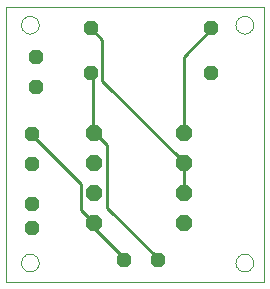
<source format=gtl>
G75*
G70*
%OFA0B0*%
%FSLAX24Y24*%
%IPPOS*%
%LPD*%
%AMOC8*
5,1,8,0,0,1.08239X$1,22.5*
%
%ADD10C,0.0000*%
%ADD11OC8,0.0520*%
%ADD12OC8,0.0476*%
%ADD13C,0.0100*%
D10*
X000464Y000101D02*
X000464Y009277D01*
X009034Y009277D01*
X009034Y000101D01*
X000464Y000101D01*
X000949Y000751D02*
X000951Y000785D01*
X000957Y000819D01*
X000967Y000852D01*
X000980Y000883D01*
X000998Y000913D01*
X001018Y000941D01*
X001042Y000966D01*
X001068Y000988D01*
X001096Y001006D01*
X001127Y001022D01*
X001159Y001034D01*
X001193Y001042D01*
X001227Y001046D01*
X001261Y001046D01*
X001295Y001042D01*
X001329Y001034D01*
X001361Y001022D01*
X001391Y001006D01*
X001420Y000988D01*
X001446Y000966D01*
X001470Y000941D01*
X001490Y000913D01*
X001508Y000883D01*
X001521Y000852D01*
X001531Y000819D01*
X001537Y000785D01*
X001539Y000751D01*
X001537Y000717D01*
X001531Y000683D01*
X001521Y000650D01*
X001508Y000619D01*
X001490Y000589D01*
X001470Y000561D01*
X001446Y000536D01*
X001420Y000514D01*
X001392Y000496D01*
X001361Y000480D01*
X001329Y000468D01*
X001295Y000460D01*
X001261Y000456D01*
X001227Y000456D01*
X001193Y000460D01*
X001159Y000468D01*
X001127Y000480D01*
X001096Y000496D01*
X001068Y000514D01*
X001042Y000536D01*
X001018Y000561D01*
X000998Y000589D01*
X000980Y000619D01*
X000967Y000650D01*
X000957Y000683D01*
X000951Y000717D01*
X000949Y000751D01*
X008099Y000751D02*
X008101Y000785D01*
X008107Y000819D01*
X008117Y000852D01*
X008130Y000883D01*
X008148Y000913D01*
X008168Y000941D01*
X008192Y000966D01*
X008218Y000988D01*
X008246Y001006D01*
X008277Y001022D01*
X008309Y001034D01*
X008343Y001042D01*
X008377Y001046D01*
X008411Y001046D01*
X008445Y001042D01*
X008479Y001034D01*
X008511Y001022D01*
X008541Y001006D01*
X008570Y000988D01*
X008596Y000966D01*
X008620Y000941D01*
X008640Y000913D01*
X008658Y000883D01*
X008671Y000852D01*
X008681Y000819D01*
X008687Y000785D01*
X008689Y000751D01*
X008687Y000717D01*
X008681Y000683D01*
X008671Y000650D01*
X008658Y000619D01*
X008640Y000589D01*
X008620Y000561D01*
X008596Y000536D01*
X008570Y000514D01*
X008542Y000496D01*
X008511Y000480D01*
X008479Y000468D01*
X008445Y000460D01*
X008411Y000456D01*
X008377Y000456D01*
X008343Y000460D01*
X008309Y000468D01*
X008277Y000480D01*
X008246Y000496D01*
X008218Y000514D01*
X008192Y000536D01*
X008168Y000561D01*
X008148Y000589D01*
X008130Y000619D01*
X008117Y000650D01*
X008107Y000683D01*
X008101Y000717D01*
X008099Y000751D01*
X008099Y008681D02*
X008101Y008715D01*
X008107Y008749D01*
X008117Y008782D01*
X008130Y008813D01*
X008148Y008843D01*
X008168Y008871D01*
X008192Y008896D01*
X008218Y008918D01*
X008246Y008936D01*
X008277Y008952D01*
X008309Y008964D01*
X008343Y008972D01*
X008377Y008976D01*
X008411Y008976D01*
X008445Y008972D01*
X008479Y008964D01*
X008511Y008952D01*
X008541Y008936D01*
X008570Y008918D01*
X008596Y008896D01*
X008620Y008871D01*
X008640Y008843D01*
X008658Y008813D01*
X008671Y008782D01*
X008681Y008749D01*
X008687Y008715D01*
X008689Y008681D01*
X008687Y008647D01*
X008681Y008613D01*
X008671Y008580D01*
X008658Y008549D01*
X008640Y008519D01*
X008620Y008491D01*
X008596Y008466D01*
X008570Y008444D01*
X008542Y008426D01*
X008511Y008410D01*
X008479Y008398D01*
X008445Y008390D01*
X008411Y008386D01*
X008377Y008386D01*
X008343Y008390D01*
X008309Y008398D01*
X008277Y008410D01*
X008246Y008426D01*
X008218Y008444D01*
X008192Y008466D01*
X008168Y008491D01*
X008148Y008519D01*
X008130Y008549D01*
X008117Y008580D01*
X008107Y008613D01*
X008101Y008647D01*
X008099Y008681D01*
X000949Y008681D02*
X000951Y008715D01*
X000957Y008749D01*
X000967Y008782D01*
X000980Y008813D01*
X000998Y008843D01*
X001018Y008871D01*
X001042Y008896D01*
X001068Y008918D01*
X001096Y008936D01*
X001127Y008952D01*
X001159Y008964D01*
X001193Y008972D01*
X001227Y008976D01*
X001261Y008976D01*
X001295Y008972D01*
X001329Y008964D01*
X001361Y008952D01*
X001391Y008936D01*
X001420Y008918D01*
X001446Y008896D01*
X001470Y008871D01*
X001490Y008843D01*
X001508Y008813D01*
X001521Y008782D01*
X001531Y008749D01*
X001537Y008715D01*
X001539Y008681D01*
X001537Y008647D01*
X001531Y008613D01*
X001521Y008580D01*
X001508Y008549D01*
X001490Y008519D01*
X001470Y008491D01*
X001446Y008466D01*
X001420Y008444D01*
X001392Y008426D01*
X001361Y008410D01*
X001329Y008398D01*
X001295Y008390D01*
X001261Y008386D01*
X001227Y008386D01*
X001193Y008390D01*
X001159Y008398D01*
X001127Y008410D01*
X001096Y008426D01*
X001068Y008444D01*
X001042Y008466D01*
X001018Y008491D01*
X000998Y008519D01*
X000980Y008549D01*
X000967Y008580D01*
X000957Y008613D01*
X000951Y008647D01*
X000949Y008681D01*
D11*
X003384Y005081D03*
X003384Y004081D03*
X003384Y003081D03*
X003384Y002081D03*
X006384Y002081D03*
X006384Y003081D03*
X006384Y004081D03*
X006384Y005081D03*
D12*
X007274Y007061D03*
X007274Y008561D03*
X003274Y008561D03*
X003274Y007061D03*
X001434Y006591D03*
X001434Y007591D03*
X001314Y005041D03*
X001314Y004041D03*
X001314Y002691D03*
X001314Y001921D03*
X004384Y000841D03*
X005514Y000841D03*
D13*
X005504Y000901D01*
X003824Y002581D01*
X003824Y004661D01*
X003424Y005061D01*
X003384Y005081D01*
X003344Y005141D01*
X003344Y007061D01*
X003274Y007061D01*
X003664Y006821D02*
X003664Y008181D01*
X003344Y008501D01*
X003274Y008561D01*
X003664Y006821D02*
X006384Y004101D01*
X006384Y004081D01*
X006384Y003081D01*
X006384Y005081D02*
X006384Y007621D01*
X007264Y008501D01*
X007274Y008561D01*
X002944Y003381D02*
X002944Y002501D01*
X003344Y002101D01*
X003384Y002081D01*
X003424Y002021D01*
X003424Y001861D01*
X004384Y000901D01*
X004384Y000841D01*
X002944Y003381D02*
X001344Y004981D01*
X001314Y005041D01*
M02*

</source>
